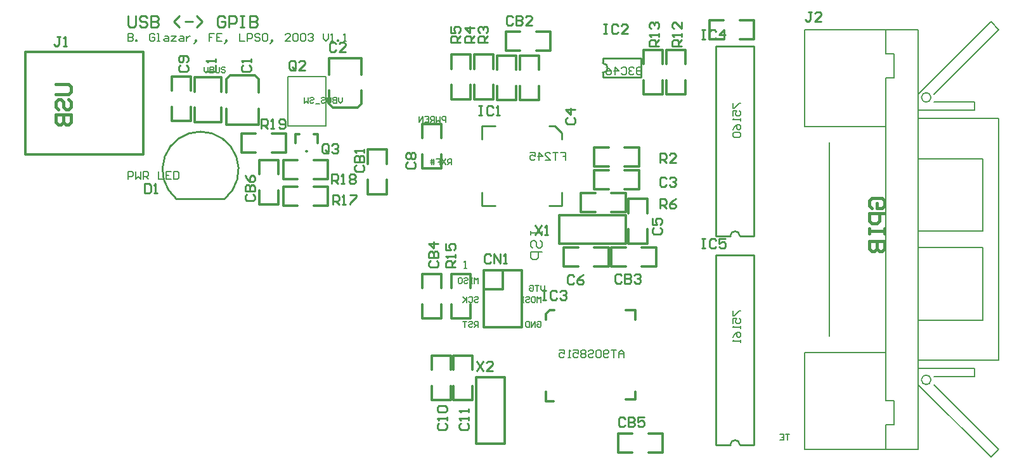
<source format=gto>
%FSLAX25Y25*%
%MOIN*%
G70*
G01*
G75*
%ADD10C,0.01200*%
%ADD11R,0.06000X0.06000*%
%ADD12R,0.06000X0.06000*%
%ADD13R,0.01600X0.07500*%
%ADD14R,0.07500X0.01600*%
%ADD15O,0.01600X0.10000*%
%ADD16O,0.10000X0.01600*%
%ADD17R,0.13000X0.07000*%
%ADD18O,0.02400X0.08000*%
%ADD19R,0.03600X0.05000*%
%ADD20R,0.03600X0.03600*%
%ADD21R,0.10000X0.08000*%
%ADD22R,0.10000X0.09000*%
%ADD23R,0.03150X0.05512*%
G04:AMPARAMS|DCode=24|XSize=78.74mil|YSize=149.61mil|CornerRadius=0mil|HoleSize=0mil|Usage=FLASHONLY|Rotation=0.000|XOffset=0mil|YOffset=0mil|HoleType=Round|Shape=Octagon|*
%AMOCTAGOND24*
4,1,8,-0.01969,0.07480,0.01969,0.07480,0.03937,0.05512,0.03937,-0.05512,0.01969,-0.07480,-0.01969,-0.07480,-0.03937,-0.05512,-0.03937,0.05512,-0.01969,0.07480,0.0*
%
%ADD24OCTAGOND24*%

%ADD25R,0.03937X0.07299*%
%ADD26C,0.02800*%
%ADD27C,0.01600*%
%ADD28C,0.02400*%
%ADD29C,0.01400*%
%ADD30C,0.01000*%
%ADD31C,0.00800*%
%ADD32O,0.07000X0.06000*%
%ADD33C,0.07000*%
%ADD34C,0.20000*%
%ADD35R,0.07000X0.06000*%
%ADD36O,0.07000X0.08500*%
%ADD37C,0.06200*%
%ADD38R,0.06200X0.06200*%
%ADD39R,0.07000X0.07000*%
%ADD40C,0.08000*%
%ADD41C,0.05000*%
%ADD42C,0.00787*%
D10*
X3389000Y568500D02*
Y578500D01*
X3365500Y568500D02*
Y578500D01*
X3381500D02*
X3389000D01*
X3381500Y568500D02*
X3389000D01*
X3365500D02*
X3373000D01*
X3365500Y578500D02*
X3373000D01*
X3298000Y477500D02*
Y487500D01*
X3321500Y477500D02*
Y487500D01*
X3298000Y477500D02*
X3305500D01*
X3298000Y487500D02*
X3305500D01*
X3314000D02*
X3321500D01*
X3314000Y477500D02*
X3321500D01*
X3139000Y497500D02*
Y505000D01*
X3129000Y497500D02*
Y505000D01*
Y481500D02*
Y489000D01*
X3139000Y481500D02*
Y489000D01*
X3129000Y505000D02*
X3139000D01*
X3129000Y481500D02*
X3139000D01*
X3165500Y534500D02*
Y541500D01*
X3182500Y534500D02*
Y541500D01*
X3165500Y558500D02*
X3182500D01*
X3167500Y532500D02*
X3180500D01*
X3165500Y550000D02*
Y558500D01*
X3182500Y550000D02*
Y558500D01*
X3180500Y532500D02*
X3182500Y534500D01*
X3165500D02*
X3167500Y532500D01*
X3333500Y351000D02*
X3341000D01*
X3333500Y361000D02*
X3341000D01*
X3317500D02*
X3325000D01*
X3317500Y351000D02*
X3325000D01*
X3341000D02*
Y361000D01*
X3317500Y351000D02*
Y361000D01*
X3243000Y390500D02*
X3258000D01*
Y355500D02*
Y390500D01*
X3243000Y355500D02*
X3258000D01*
X3243000D02*
Y390500D01*
X3279500Y424000D02*
X3281500Y426000D01*
X3279500Y378000D02*
Y383000D01*
X3326500Y379000D02*
Y383000D01*
Y421000D02*
Y426000D01*
X3279500Y421000D02*
Y424000D01*
Y378000D02*
X3283500D01*
X3321500Y379000D02*
X3326500D01*
X3321500Y426000D02*
X3326500D01*
X3281500D02*
X3284000D01*
X3219500Y378500D02*
Y386000D01*
X3229500Y378500D02*
Y386000D01*
Y394500D02*
Y402000D01*
X3219500Y394500D02*
Y402000D01*
Y378500D02*
X3229500D01*
X3219500Y402000D02*
X3229500D01*
X3231000Y378500D02*
Y386000D01*
X3241000Y378500D02*
Y386000D01*
Y394500D02*
Y402000D01*
X3231000Y394500D02*
Y402000D01*
Y378500D02*
X3241000D01*
X3231000Y402000D02*
X3241000D01*
X3093000Y541500D02*
Y549000D01*
X3083000Y541500D02*
Y549000D01*
Y525500D02*
Y533000D01*
X3093000Y525500D02*
Y533000D01*
X3083000Y549000D02*
X3093000D01*
X3083000Y525500D02*
X3093000D01*
X3006000Y562000D02*
X3068000D01*
X3006000Y508000D02*
Y562000D01*
Y508000D02*
X3068000D01*
Y562000D01*
X3247000Y437000D02*
X3257000D01*
Y447000D01*
X3267000Y417000D02*
Y447000D01*
X3247000Y417000D02*
X3267000D01*
X3247000D02*
Y447000D01*
X3267000D01*
X3274500Y562500D02*
X3282000D01*
X3274500Y572500D02*
X3282000D01*
X3258500D02*
X3266000D01*
X3258500Y562500D02*
X3266000D01*
X3282000D02*
Y572500D01*
X3258500Y562500D02*
Y572500D01*
X3240000Y437500D02*
Y445000D01*
X3230000Y437500D02*
Y445000D01*
Y421500D02*
Y429000D01*
X3240000Y421500D02*
Y429000D01*
X3230000Y445000D02*
X3240000D01*
X3230000Y421500D02*
X3240000D01*
X3331000Y539500D02*
Y547000D01*
X3341000Y539500D02*
Y547000D01*
Y555500D02*
Y563000D01*
X3331000Y555500D02*
Y563000D01*
Y539500D02*
X3341000D01*
X3331000Y563000D02*
X3341000D01*
X3343000Y539500D02*
Y547000D01*
X3353000Y539500D02*
Y547000D01*
Y555500D02*
Y563000D01*
X3343000Y555500D02*
Y563000D01*
Y539500D02*
X3353000D01*
X3343000Y563000D02*
X3353000D01*
X3321500Y461000D02*
Y476000D01*
X3286500Y461000D02*
X3321500D01*
X3286500D02*
Y476000D01*
X3321500D01*
X3333000Y477000D02*
Y484500D01*
X3323000Y477000D02*
Y484500D01*
Y461000D02*
Y468500D01*
X3333000Y461000D02*
Y468500D01*
X3323000Y484500D02*
X3333000D01*
X3323000Y461000D02*
X3333000D01*
X3196000Y503000D02*
Y510500D01*
X3186000Y503000D02*
Y510500D01*
Y487000D02*
Y494500D01*
X3196000Y487000D02*
Y494500D01*
X3186000Y510500D02*
X3196000D01*
X3186000Y487000D02*
X3196000D01*
X3214500Y500500D02*
Y508000D01*
X3224500Y500500D02*
Y508000D01*
Y516500D02*
Y524000D01*
X3214500Y516500D02*
Y524000D01*
Y500500D02*
X3224500D01*
X3214500Y524000D02*
X3224500D01*
Y437500D02*
Y445000D01*
X3214500Y437500D02*
Y445000D01*
Y421500D02*
Y429000D01*
X3224500Y421500D02*
Y429000D01*
X3214500Y445000D02*
X3224500D01*
X3214500Y421500D02*
X3224500D01*
X3314000Y459000D02*
X3321500D01*
X3314000Y449000D02*
X3321500D01*
X3330000D02*
X3337500D01*
X3330000Y459000D02*
X3337500D01*
X3314000Y449000D02*
Y459000D01*
X3337500Y449000D02*
Y459000D01*
X3254000Y536500D02*
Y544000D01*
X3264000Y536500D02*
Y544000D01*
Y552500D02*
Y560000D01*
X3254000Y552500D02*
Y560000D01*
Y536500D02*
X3264000D01*
X3254000Y560000D02*
X3264000D01*
X3266000Y536500D02*
Y544000D01*
X3276000Y536500D02*
Y544000D01*
Y552500D02*
Y560000D01*
X3266000Y552500D02*
Y560000D01*
Y536500D02*
X3276000D01*
X3266000Y560000D02*
X3276000D01*
X3305000Y499500D02*
X3312500D01*
X3305000Y489500D02*
X3312500D01*
X3321000D02*
X3328500D01*
X3321000Y499500D02*
X3328500D01*
X3305000Y489500D02*
Y499500D01*
X3328500Y489500D02*
Y499500D01*
X3289000Y459000D02*
X3296500D01*
X3289000Y449000D02*
X3296500D01*
X3305000D02*
X3312500D01*
X3305000Y459000D02*
X3312500D01*
X3289000Y449000D02*
Y459000D01*
X3312500Y449000D02*
Y459000D01*
X3305000Y511500D02*
X3312500D01*
X3305000Y501500D02*
X3312500D01*
X3321000D02*
X3328500D01*
X3321000Y511500D02*
X3328500D01*
X3305000Y501500D02*
Y511500D01*
X3328500Y501500D02*
Y511500D01*
X3159500Y514000D02*
Y518500D01*
X3148000Y514000D02*
Y518500D01*
X3157500D02*
X3159500D01*
X3153500Y509500D02*
X3154000D01*
X3148000Y518500D02*
X3150000D01*
X3157500Y495000D02*
X3165000D01*
X3157500Y505000D02*
X3165000D01*
X3141500D02*
X3149000D01*
X3141500Y495000D02*
X3149000D01*
X3165000D02*
Y505000D01*
X3141500Y495000D02*
Y505000D01*
X3095000Y525000D02*
Y532500D01*
X3109000Y525000D02*
Y532500D01*
Y541000D02*
Y548500D01*
X3095000Y541000D02*
Y548500D01*
Y525000D02*
X3109000D01*
X3095000Y548500D02*
X3109000D01*
X3135500Y509000D02*
X3143000D01*
X3135500Y519000D02*
X3143000D01*
X3119500D02*
X3127000D01*
X3119500Y509000D02*
X3127000D01*
X3143000D02*
Y519000D01*
X3119500Y509000D02*
Y519000D01*
X3240000Y553000D02*
Y560500D01*
X3230000Y553000D02*
Y560500D01*
Y537000D02*
Y544500D01*
X3240000Y537000D02*
Y544500D01*
X3230000Y560500D02*
X3240000D01*
X3230000Y537000D02*
X3240000D01*
X3252000Y553000D02*
Y560500D01*
X3242000Y553000D02*
Y560500D01*
Y537000D02*
Y544500D01*
X3252000Y537000D02*
Y544500D01*
X3242000Y560500D02*
X3252000D01*
X3242000Y537000D02*
X3252000D01*
X3157500Y481000D02*
X3165000D01*
X3157500Y491000D02*
X3165000D01*
X3141500D02*
X3149000D01*
X3141500Y481000D02*
X3149000D01*
X3165000D02*
Y491000D01*
X3141500Y481000D02*
Y491000D01*
X3126500Y549500D02*
X3128500Y547500D01*
X3111500D02*
X3113500Y549500D01*
X3111500Y523500D02*
Y532000D01*
X3128500Y523500D02*
Y532000D01*
X3113500Y549500D02*
X3126500D01*
X3111500Y523500D02*
X3128500D01*
X3111500Y540500D02*
Y547500D01*
X3128500Y540500D02*
Y547500D01*
D27*
X3022003Y545000D02*
X3028667D01*
X3030000Y543667D01*
Y541001D01*
X3028667Y539668D01*
X3022003D01*
X3023335Y531671D02*
X3022003Y533004D01*
Y535670D01*
X3023335Y537003D01*
X3024668D01*
X3026001Y535670D01*
Y533004D01*
X3027334Y531671D01*
X3028667D01*
X3030000Y533004D01*
Y535670D01*
X3028667Y537003D01*
X3022003Y529005D02*
X3030000D01*
Y525006D01*
X3028667Y523674D01*
X3027334D01*
X3026001Y525006D01*
Y529005D01*
Y525006D01*
X3024668Y523674D01*
X3023335D01*
X3022003Y525006D01*
Y529005D01*
X3450835Y479668D02*
X3449503Y481001D01*
Y483667D01*
X3450835Y485000D01*
X3456167D01*
X3457500Y483667D01*
Y481001D01*
X3456167Y479668D01*
X3453501D01*
Y482334D01*
X3457500Y477003D02*
X3449503D01*
Y473004D01*
X3450835Y471671D01*
X3453501D01*
X3454834Y473004D01*
Y477003D01*
X3449503Y469005D02*
Y466339D01*
Y467672D01*
X3457500D01*
Y469005D01*
Y466339D01*
X3449503Y462341D02*
X3457500D01*
Y458342D01*
X3456167Y457009D01*
X3454834D01*
X3453501Y458342D01*
Y462341D01*
Y458342D01*
X3452168Y457009D01*
X3450835D01*
X3449503Y458342D01*
Y462341D01*
D30*
X3381500Y465000D02*
G03*
X3376500Y465000I-2500J0D01*
G01*
X3309500Y551000D02*
G03*
X3309500Y556000I0J2500D01*
G01*
X3381500Y355000D02*
G03*
X3376500Y355000I-2500J0D01*
G01*
X3110856Y484679D02*
G03*
X3085144Y484679I-12856J15321D01*
G01*
X3246000Y522900D02*
X3252900D01*
X3246000Y516000D02*
Y522900D01*
Y480900D02*
X3252900D01*
X3246000D02*
Y487800D01*
X3281100Y480900D02*
X3288000D01*
Y487800D01*
Y516000D02*
Y519300D01*
X3284400Y522900D02*
X3288000Y519300D01*
X3281100Y522900D02*
X3284400D01*
X3381500Y465000D02*
X3389000D01*
X3369000D02*
X3376500D01*
X3369000D02*
Y565000D01*
X3389000D01*
Y465000D02*
Y565000D01*
X3309500Y548500D02*
Y551000D01*
Y556000D02*
Y558500D01*
X3329500D01*
Y548500D02*
Y558500D01*
X3309500Y548500D02*
X3329500D01*
X3389000Y355000D02*
Y455000D01*
X3369000D02*
X3389000D01*
X3369000Y355000D02*
Y455000D01*
Y355000D02*
X3376500D01*
X3381500D02*
X3389000D01*
X3085000Y484500D02*
X3110712D01*
X3120335Y554832D02*
X3119502Y553999D01*
Y552333D01*
X3120335Y551500D01*
X3123667D01*
X3124500Y552333D01*
Y553999D01*
X3123667Y554832D01*
X3124500Y556498D02*
Y558165D01*
Y557331D01*
X3119502D01*
X3120335Y556498D01*
X3169232Y566265D02*
X3168399Y567098D01*
X3166733D01*
X3165900Y566265D01*
Y562933D01*
X3166733Y562100D01*
X3168399D01*
X3169232Y562933D01*
X3174231Y562100D02*
X3170898D01*
X3174231Y565432D01*
Y566265D01*
X3173398Y567098D01*
X3171731D01*
X3170898Y566265D01*
X3342832Y495165D02*
X3341999Y495998D01*
X3340333D01*
X3339500Y495165D01*
Y491833D01*
X3340333Y491000D01*
X3341999D01*
X3342832Y491833D01*
X3344498Y495165D02*
X3345332Y495998D01*
X3346997D01*
X3347831Y495165D01*
Y494332D01*
X3346997Y493499D01*
X3346164D01*
X3346997D01*
X3347831Y492666D01*
Y491833D01*
X3346997Y491000D01*
X3345332D01*
X3344498Y491833D01*
X3290835Y527332D02*
X3290002Y526499D01*
Y524833D01*
X3290835Y524000D01*
X3294167D01*
X3295000Y524833D01*
Y526499D01*
X3294167Y527332D01*
X3295000Y531498D02*
X3290002D01*
X3292501Y528998D01*
Y532331D01*
X3336335Y469332D02*
X3335501Y468499D01*
Y466833D01*
X3336335Y466000D01*
X3339667D01*
X3340500Y466833D01*
Y468499D01*
X3339667Y469332D01*
X3335501Y474331D02*
Y470998D01*
X3338001D01*
X3337168Y472664D01*
Y473498D01*
X3338001Y474331D01*
X3339667D01*
X3340500Y473498D01*
Y471831D01*
X3339667Y470998D01*
X3294332Y443665D02*
X3293499Y444498D01*
X3291833D01*
X3291000Y443665D01*
Y440333D01*
X3291833Y439500D01*
X3293499D01*
X3294332Y440333D01*
X3299331Y444498D02*
X3297665Y443665D01*
X3295998Y441999D01*
Y440333D01*
X3296832Y439500D01*
X3298498D01*
X3299331Y440333D01*
Y441166D01*
X3298498Y441999D01*
X3295998D01*
X3206835Y503832D02*
X3206002Y502999D01*
Y501333D01*
X3206835Y500500D01*
X3210167D01*
X3211000Y501333D01*
Y502999D01*
X3210167Y503832D01*
X3206835Y505498D02*
X3206002Y506331D01*
Y507998D01*
X3206835Y508831D01*
X3207668D01*
X3208501Y507998D01*
X3209334Y508831D01*
X3210167D01*
X3211000Y507998D01*
Y506331D01*
X3210167Y505498D01*
X3209334D01*
X3208501Y506331D01*
X3207668Y505498D01*
X3206835D01*
X3208501Y506331D02*
Y507998D01*
X3087335Y554832D02*
X3086502Y553999D01*
Y552333D01*
X3087335Y551500D01*
X3090667D01*
X3091500Y552333D01*
Y553999D01*
X3090667Y554832D01*
Y556498D02*
X3091500Y557331D01*
Y558998D01*
X3090667Y559831D01*
X3087335D01*
X3086502Y558998D01*
Y557331D01*
X3087335Y556498D01*
X3088168D01*
X3089001Y557331D01*
Y559831D01*
X3223335Y366332D02*
X3222502Y365499D01*
Y363833D01*
X3223335Y363000D01*
X3226667D01*
X3227500Y363833D01*
Y365499D01*
X3226667Y366332D01*
X3227500Y367998D02*
Y369665D01*
Y368831D01*
X3222502D01*
X3223335Y367998D01*
Y372164D02*
X3222502Y372997D01*
Y374663D01*
X3223335Y375496D01*
X3226667D01*
X3227500Y374663D01*
Y372997D01*
X3226667Y372164D01*
X3223335D01*
X3234835Y366332D02*
X3234002Y365499D01*
Y363833D01*
X3234835Y363000D01*
X3238167D01*
X3239000Y363833D01*
Y365499D01*
X3238167Y366332D01*
X3239000Y367998D02*
Y369665D01*
Y368831D01*
X3234002D01*
X3234835Y367998D01*
X3239000Y372164D02*
Y373830D01*
Y372997D01*
X3234002D01*
X3234835Y372164D01*
X3179835Y502332D02*
X3179002Y501499D01*
Y499833D01*
X3179835Y499000D01*
X3183167D01*
X3184000Y499833D01*
Y501499D01*
X3183167Y502332D01*
X3179002Y503998D02*
X3184000D01*
Y506498D01*
X3183167Y507331D01*
X3182334D01*
X3181501Y506498D01*
Y503998D01*
Y506498D01*
X3180668Y507331D01*
X3179835D01*
X3179002Y506498D01*
Y503998D01*
X3184000Y508997D02*
Y510663D01*
Y509830D01*
X3179002D01*
X3179835Y508997D01*
X3262232Y580265D02*
X3261399Y581098D01*
X3259733D01*
X3258900Y580265D01*
Y576933D01*
X3259733Y576100D01*
X3261399D01*
X3262232Y576933D01*
X3263898Y581098D02*
Y576100D01*
X3266397D01*
X3267231Y576933D01*
Y577766D01*
X3266397Y578599D01*
X3263898D01*
X3266397D01*
X3267231Y579432D01*
Y580265D01*
X3266397Y581098D01*
X3263898D01*
X3272229Y576100D02*
X3268897D01*
X3272229Y579432D01*
Y580265D01*
X3271396Y581098D01*
X3269730D01*
X3268897Y580265D01*
X3319332Y444165D02*
X3318499Y444998D01*
X3316833D01*
X3316000Y444165D01*
Y440833D01*
X3316833Y440000D01*
X3318499D01*
X3319332Y440833D01*
X3320998Y444998D02*
Y440000D01*
X3323498D01*
X3324331Y440833D01*
Y441666D01*
X3323498Y442499D01*
X3320998D01*
X3323498D01*
X3324331Y443332D01*
Y444165D01*
X3323498Y444998D01*
X3320998D01*
X3325997Y444165D02*
X3326830Y444998D01*
X3328496D01*
X3329329Y444165D01*
Y443332D01*
X3328496Y442499D01*
X3327663D01*
X3328496D01*
X3329329Y441666D01*
Y440833D01*
X3328496Y440000D01*
X3326830D01*
X3325997Y440833D01*
X3218835Y451832D02*
X3218002Y450999D01*
Y449333D01*
X3218835Y448500D01*
X3222167D01*
X3223000Y449333D01*
Y450999D01*
X3222167Y451832D01*
X3218002Y453498D02*
X3223000D01*
Y455998D01*
X3222167Y456831D01*
X3221334D01*
X3220501Y455998D01*
Y453498D01*
Y455998D01*
X3219668Y456831D01*
X3218835D01*
X3218002Y455998D01*
Y453498D01*
X3223000Y460996D02*
X3218002D01*
X3220501Y458497D01*
Y461829D01*
X3321232Y368765D02*
X3320399Y369598D01*
X3318733D01*
X3317900Y368765D01*
Y365433D01*
X3318733Y364600D01*
X3320399D01*
X3321232Y365433D01*
X3322898Y369598D02*
Y364600D01*
X3325397D01*
X3326231Y365433D01*
Y366266D01*
X3325397Y367099D01*
X3322898D01*
X3325397D01*
X3326231Y367932D01*
Y368765D01*
X3325397Y369598D01*
X3322898D01*
X3331229D02*
X3327897D01*
Y367099D01*
X3329563Y367932D01*
X3330396D01*
X3331229Y367099D01*
Y365433D01*
X3330396Y364600D01*
X3328730D01*
X3327897Y365433D01*
X3122335Y486832D02*
X3121502Y485999D01*
Y484333D01*
X3122335Y483500D01*
X3125667D01*
X3126500Y484333D01*
Y485999D01*
X3125667Y486832D01*
X3121502Y488498D02*
X3126500D01*
Y490998D01*
X3125667Y491831D01*
X3124834D01*
X3124001Y490998D01*
Y488498D01*
Y490998D01*
X3123168Y491831D01*
X3122335D01*
X3121502Y490998D01*
Y488498D01*
Y496829D02*
X3122335Y495163D01*
X3124001Y493497D01*
X3125667D01*
X3126500Y494330D01*
Y495996D01*
X3125667Y496829D01*
X3124834D01*
X3124001Y495996D01*
Y493497D01*
X3250732Y454765D02*
X3249899Y455598D01*
X3248233D01*
X3247400Y454765D01*
Y451433D01*
X3248233Y450600D01*
X3249899D01*
X3250732Y451433D01*
X3252398Y450600D02*
Y455598D01*
X3255730Y450600D01*
Y455598D01*
X3257397Y450600D02*
X3259063D01*
X3258230D01*
Y455598D01*
X3257397Y454765D01*
X3068500Y492498D02*
Y487500D01*
X3070999D01*
X3071832Y488333D01*
Y491665D01*
X3070999Y492498D01*
X3068500D01*
X3073498Y487500D02*
X3075164D01*
X3074331D01*
Y492498D01*
X3073498Y491665D01*
X3244400Y533498D02*
X3246066D01*
X3245233D01*
Y528500D01*
X3244400D01*
X3246066D01*
X3251897Y532665D02*
X3251065Y533498D01*
X3249398D01*
X3248565Y532665D01*
Y529333D01*
X3249398Y528500D01*
X3251065D01*
X3251897Y529333D01*
X3253564Y528500D02*
X3255230D01*
X3254397D01*
Y533498D01*
X3253564Y532665D01*
X3310000Y576498D02*
X3311666D01*
X3310833D01*
Y571500D01*
X3310000D01*
X3311666D01*
X3317498Y575665D02*
X3316665Y576498D01*
X3314998D01*
X3314165Y575665D01*
Y572333D01*
X3314998Y571500D01*
X3316665D01*
X3317498Y572333D01*
X3322496Y571500D02*
X3319164D01*
X3322496Y574832D01*
Y575665D01*
X3321663Y576498D01*
X3319997D01*
X3319164Y575665D01*
X3277800Y436398D02*
X3279466D01*
X3278633D01*
Y431400D01*
X3277800D01*
X3279466D01*
X3285298Y435565D02*
X3284465Y436398D01*
X3282798D01*
X3281965Y435565D01*
Y432233D01*
X3282798Y431400D01*
X3284465D01*
X3285298Y432233D01*
X3286964Y435565D02*
X3287797Y436398D01*
X3289463D01*
X3290296Y435565D01*
Y434732D01*
X3289463Y433899D01*
X3288630D01*
X3289463D01*
X3290296Y433066D01*
Y432233D01*
X3289463Y431400D01*
X3287797D01*
X3286964Y432233D01*
X3361500Y573498D02*
X3363166D01*
X3362333D01*
Y568500D01*
X3361500D01*
X3363166D01*
X3368998Y572665D02*
X3368164Y573498D01*
X3366499D01*
X3365665Y572665D01*
Y569333D01*
X3366499Y568500D01*
X3368164D01*
X3368998Y569333D01*
X3373163Y568500D02*
Y573498D01*
X3370664Y570999D01*
X3373996D01*
X3361500Y463498D02*
X3363166D01*
X3362333D01*
Y458500D01*
X3361500D01*
X3363166D01*
X3368998Y462665D02*
X3368164Y463498D01*
X3366499D01*
X3365665Y462665D01*
Y459333D01*
X3366499Y458500D01*
X3368164D01*
X3368998Y459333D01*
X3373996Y463498D02*
X3370664D01*
Y460999D01*
X3372330Y461832D01*
X3373163D01*
X3373996Y460999D01*
Y459333D01*
X3373163Y458500D01*
X3371497D01*
X3370664Y459333D01*
X3024332Y569998D02*
X3022666D01*
X3023499D01*
Y565833D01*
X3022666Y565000D01*
X3021833D01*
X3021000Y565833D01*
X3025998Y565000D02*
X3027665D01*
X3026831D01*
Y569998D01*
X3025998Y569165D01*
X3419332Y582998D02*
X3417666D01*
X3418499D01*
Y578833D01*
X3417666Y578000D01*
X3416833D01*
X3416000Y578833D01*
X3424331Y578000D02*
X3420998D01*
X3424331Y581332D01*
Y582165D01*
X3423498Y582998D01*
X3421832D01*
X3420998Y582165D01*
X3101002Y551500D02*
X3106000D01*
Y554832D01*
Y556498D02*
Y558165D01*
Y557331D01*
X3101002D01*
X3101835Y556498D01*
X3148032Y553133D02*
Y556465D01*
X3147199Y557298D01*
X3145533D01*
X3144700Y556465D01*
Y553133D01*
X3145533Y552300D01*
X3147199D01*
X3146366Y553966D02*
X3148032Y552300D01*
X3147199D02*
X3148032Y553133D01*
X3153031Y552300D02*
X3149698D01*
X3153031Y555632D01*
Y556465D01*
X3152198Y557298D01*
X3150531D01*
X3149698Y556465D01*
X3165332Y509333D02*
Y512665D01*
X3164499Y513498D01*
X3162833D01*
X3162000Y512665D01*
Y509333D01*
X3162833Y508500D01*
X3164499D01*
X3163666Y510166D02*
X3165332Y508500D01*
X3164499D02*
X3165332Y509333D01*
X3166998Y512665D02*
X3167831Y513498D01*
X3169498D01*
X3170331Y512665D01*
Y511832D01*
X3169498Y510999D01*
X3168665D01*
X3169498D01*
X3170331Y510166D01*
Y509333D01*
X3169498Y508500D01*
X3167831D01*
X3166998Y509333D01*
X3339500Y503500D02*
Y508498D01*
X3341999D01*
X3342832Y507665D01*
Y505999D01*
X3341999Y505166D01*
X3339500D01*
X3341166D02*
X3342832Y503500D01*
X3347831D02*
X3344498D01*
X3347831Y506832D01*
Y507665D01*
X3346997Y508498D01*
X3345332D01*
X3344498Y507665D01*
X3249000Y567000D02*
X3244002D01*
Y569499D01*
X3244835Y570332D01*
X3246501D01*
X3247334Y569499D01*
Y567000D01*
Y568666D02*
X3249000Y570332D01*
X3244835Y571998D02*
X3244002Y572831D01*
Y574498D01*
X3244835Y575331D01*
X3245668D01*
X3246501Y574498D01*
Y573665D01*
Y574498D01*
X3247334Y575331D01*
X3248167D01*
X3249000Y574498D01*
Y572831D01*
X3248167Y571998D01*
X3242000Y567000D02*
X3237001D01*
Y569499D01*
X3237835Y570332D01*
X3239501D01*
X3240334Y569499D01*
Y567000D01*
Y568666D02*
X3242000Y570332D01*
Y574498D02*
X3237001D01*
X3239501Y571998D01*
Y575331D01*
X3234500Y567000D02*
X3229502D01*
Y569499D01*
X3230335Y570332D01*
X3232001D01*
X3232834Y569499D01*
Y567000D01*
Y568666D02*
X3234500Y570332D01*
X3229502Y575331D02*
Y571998D01*
X3232001D01*
X3231168Y573665D01*
Y574498D01*
X3232001Y575331D01*
X3233667D01*
X3234500Y574498D01*
Y572831D01*
X3233667Y571998D01*
X3339500Y479500D02*
Y484498D01*
X3341999D01*
X3342832Y483665D01*
Y481999D01*
X3341999Y481166D01*
X3339500D01*
X3341166D02*
X3342832Y479500D01*
X3347831Y484498D02*
X3346164Y483665D01*
X3344498Y481999D01*
Y480333D01*
X3345332Y479500D01*
X3346997D01*
X3347831Y480333D01*
Y481166D01*
X3346997Y481999D01*
X3344498D01*
X3351000Y565000D02*
X3346001D01*
Y567499D01*
X3346835Y568332D01*
X3348501D01*
X3349334Y567499D01*
Y565000D01*
Y566666D02*
X3351000Y568332D01*
Y569998D02*
Y571664D01*
Y570831D01*
X3346001D01*
X3346835Y569998D01*
X3351000Y577496D02*
Y574164D01*
X3347668Y577496D01*
X3346835D01*
X3346001Y576663D01*
Y574997D01*
X3346835Y574164D01*
X3339000Y565000D02*
X3334002D01*
Y567499D01*
X3334835Y568332D01*
X3336501D01*
X3337334Y567499D01*
Y565000D01*
Y566666D02*
X3339000Y568332D01*
Y569998D02*
Y571664D01*
Y570831D01*
X3334002D01*
X3334835Y569998D01*
Y574164D02*
X3334002Y574997D01*
Y576663D01*
X3334835Y577496D01*
X3335668D01*
X3336501Y576663D01*
Y575830D01*
Y576663D01*
X3337334Y577496D01*
X3338167D01*
X3339000Y576663D01*
Y574997D01*
X3338167Y574164D01*
X3232000Y448500D02*
X3227002D01*
Y450999D01*
X3227835Y451832D01*
X3229501D01*
X3230334Y450999D01*
Y448500D01*
Y450166D02*
X3232000Y451832D01*
Y453498D02*
Y455164D01*
Y454331D01*
X3227002D01*
X3227835Y453498D01*
X3227002Y460996D02*
Y457664D01*
X3229501D01*
X3228668Y459330D01*
Y460163D01*
X3229501Y460996D01*
X3231167D01*
X3232000Y460163D01*
Y458497D01*
X3231167Y457664D01*
X3167500Y481500D02*
Y486498D01*
X3169999D01*
X3170832Y485665D01*
Y483999D01*
X3169999Y483166D01*
X3167500D01*
X3169166D02*
X3170832Y481500D01*
X3172498D02*
X3174165D01*
X3173331D01*
Y486498D01*
X3172498Y485665D01*
X3176664Y486498D02*
X3179996D01*
Y485665D01*
X3176664Y482333D01*
Y481500D01*
X3167000Y492500D02*
Y497498D01*
X3169499D01*
X3170332Y496665D01*
Y494999D01*
X3169499Y494166D01*
X3167000D01*
X3168666D02*
X3170332Y492500D01*
X3171998D02*
X3173664D01*
X3172831D01*
Y497498D01*
X3171998Y496665D01*
X3176164D02*
X3176997Y497498D01*
X3178663D01*
X3179496Y496665D01*
Y495832D01*
X3178663Y494999D01*
X3179496Y494166D01*
Y493333D01*
X3178663Y492500D01*
X3176997D01*
X3176164Y493333D01*
Y494166D01*
X3176997Y494999D01*
X3176164Y495832D01*
Y496665D01*
X3176997Y494999D02*
X3178663D01*
X3130000Y521500D02*
Y526498D01*
X3132499D01*
X3133332Y525665D01*
Y523999D01*
X3132499Y523166D01*
X3130000D01*
X3131666D02*
X3133332Y521500D01*
X3134998D02*
X3136665D01*
X3135831D01*
Y526498D01*
X3134998Y525665D01*
X3139164Y522333D02*
X3139997Y521500D01*
X3141663D01*
X3142496Y522333D01*
Y525665D01*
X3141663Y526498D01*
X3139997D01*
X3139164Y525665D01*
Y524832D01*
X3139997Y523999D01*
X3142496D01*
X3274000Y470498D02*
X3277332Y465500D01*
Y470498D02*
X3274000Y465500D01*
X3278999D02*
X3280664D01*
X3279831D01*
Y470498D01*
X3278999Y469665D01*
X3243400Y399098D02*
X3246732Y394100D01*
Y399098D02*
X3243400Y394100D01*
X3251731D02*
X3248399D01*
X3251731Y397432D01*
Y398265D01*
X3250898Y399098D01*
X3249231D01*
X3248399Y398265D01*
X3060000Y580998D02*
Y576000D01*
X3061000Y575000D01*
X3062999D01*
X3063999Y576000D01*
Y580998D01*
X3069997Y579998D02*
X3068997Y580998D01*
X3066998D01*
X3065998Y579998D01*
Y578999D01*
X3066998Y577999D01*
X3068997D01*
X3069997Y576999D01*
Y576000D01*
X3068997Y575000D01*
X3066998D01*
X3065998Y576000D01*
X3071996Y580998D02*
Y575000D01*
X3074995D01*
X3075995Y576000D01*
Y576999D01*
X3074995Y577999D01*
X3071996D01*
X3074995D01*
X3075995Y578999D01*
Y579998D01*
X3074995Y580998D01*
X3071996D01*
X3086991Y575000D02*
X3083992Y577999D01*
X3086991Y580998D01*
X3089990Y577999D02*
X3093989D01*
X3095988Y575000D02*
X3098987Y577999D01*
X3095988Y580998D01*
X3110983Y579998D02*
X3109984Y580998D01*
X3107985D01*
X3106985Y579998D01*
Y576000D01*
X3107985Y575000D01*
X3109984D01*
X3110983Y576000D01*
Y577999D01*
X3108984D01*
X3112983Y575000D02*
Y580998D01*
X3115982D01*
X3116982Y579998D01*
Y577999D01*
X3115982Y576999D01*
X3112983D01*
X3118981Y580998D02*
X3120980D01*
X3119981D01*
Y575000D01*
X3118981D01*
X3120980D01*
X3123979Y580998D02*
Y575000D01*
X3126978D01*
X3127978Y576000D01*
Y576999D01*
X3126978Y577999D01*
X3123979D01*
X3126978D01*
X3127978Y578999D01*
Y579998D01*
X3126978Y580998D01*
X3123979D01*
D31*
X3482000Y389250D02*
G03*
X3482000Y389250I-2500J0D01*
G01*
Y538000D02*
G03*
X3482000Y538000I-2500J0D01*
G01*
X3475167Y420750D02*
X3509167D01*
Y459083D01*
X3475167D02*
X3509167D01*
X3475167Y467583D02*
X3509167D01*
Y505750D01*
X3475167D02*
X3509167D01*
X3483667Y391083D02*
X3505000D01*
Y395250D01*
X3475167D02*
X3505000D01*
X3483667Y535583D02*
X3505000D01*
Y531250D02*
Y535583D01*
X3475167Y531250D02*
X3505000D01*
X3475167Y539750D02*
X3513500Y578083D01*
X3517667Y573750D01*
X3483667Y539750D02*
X3517667Y573750D01*
X3475167Y386750D02*
X3513500Y348583D01*
X3517667Y352750D01*
X3483667Y386750D02*
X3517667Y352750D01*
X3475167Y399583D02*
X3517667D01*
Y527083D01*
X3475167D02*
X3517667D01*
X3458167Y352750D02*
Y365583D01*
X3462500D01*
Y378250D01*
X3458167D02*
X3462500D01*
X3458167D02*
Y548250D01*
X3462500D01*
Y561083D01*
X3458167D02*
X3462500D01*
X3458167D02*
Y573750D01*
X3432667Y403750D02*
X3458167D01*
X3432667Y522750D02*
X3458167D01*
X3415667Y403750D02*
X3432667D01*
X3415667Y522750D02*
X3432667D01*
X3415667Y352750D02*
X3475167D01*
X3415667D02*
Y403750D01*
X3428500Y412250D02*
Y514250D01*
X3415667Y522750D02*
Y573750D01*
X3475167D01*
Y352750D02*
Y573750D01*
X3172500Y537999D02*
Y536000D01*
X3171500Y535000D01*
X3170501Y536000D01*
Y537999D01*
X3169501D02*
Y535000D01*
X3168002D01*
X3167502Y535500D01*
Y536000D01*
X3168002Y536500D01*
X3169501D01*
X3168002D01*
X3167502Y536999D01*
Y537499D01*
X3168002Y537999D01*
X3169501D01*
X3166502D02*
Y535500D01*
X3166002Y535000D01*
X3165002D01*
X3164503Y535500D01*
Y537999D01*
X3161504Y537499D02*
X3162003Y537999D01*
X3163003D01*
X3163503Y537499D01*
Y536999D01*
X3163003Y536500D01*
X3162003D01*
X3161504Y536000D01*
Y535500D01*
X3162003Y535000D01*
X3163003D01*
X3163503Y535500D01*
X3160504Y534500D02*
X3158504D01*
X3155506Y537499D02*
X3156005Y537999D01*
X3157005D01*
X3157505Y537499D01*
Y536999D01*
X3157005Y536500D01*
X3156005D01*
X3155506Y536000D01*
Y535500D01*
X3156005Y535000D01*
X3157005D01*
X3157505Y535500D01*
X3154506Y537999D02*
Y535000D01*
X3153506Y536000D01*
X3152506Y535000D01*
Y537999D01*
X3230000Y502500D02*
Y505499D01*
X3228500D01*
X3228001Y504999D01*
Y504000D01*
X3228500Y503500D01*
X3230000D01*
X3229000D02*
X3228001Y502500D01*
X3227001Y505499D02*
X3225002Y502500D01*
Y505499D02*
X3227001Y502500D01*
X3222002Y505499D02*
X3224002D01*
Y504000D01*
X3223002D01*
X3224002D01*
Y502500D01*
X3220503D02*
Y505499D01*
X3219503D02*
Y502500D01*
X3221003Y504499D02*
X3219503D01*
X3219004D01*
X3221003Y503500D02*
X3219004D01*
X3227000Y525000D02*
Y527999D01*
X3225500D01*
X3225001Y527499D01*
Y526500D01*
X3225500Y526000D01*
X3227000D01*
X3224001Y527999D02*
Y525000D01*
X3223001Y526000D01*
X3222002Y525000D01*
Y527999D01*
X3221002Y525000D02*
Y527999D01*
X3219502D01*
X3219003Y527499D01*
Y526500D01*
X3219502Y526000D01*
X3221002D01*
X3220002D02*
X3219003Y525000D01*
X3216003Y527999D02*
X3218003D01*
Y525000D01*
X3216003D01*
X3218003Y526500D02*
X3217003D01*
X3215004Y525000D02*
Y527999D01*
X3213005Y525000D01*
Y527999D01*
X3330000Y550666D02*
X3329333Y550000D01*
X3328001D01*
X3327334Y550666D01*
Y553332D01*
X3328001Y553999D01*
X3329333D01*
X3330000Y553332D01*
Y552666D01*
X3329333Y551999D01*
X3327334D01*
X3326001Y553332D02*
X3325335Y553999D01*
X3324002D01*
X3323336Y553332D01*
Y552666D01*
X3324002Y551999D01*
X3324669D01*
X3324002D01*
X3323336Y551333D01*
Y550666D01*
X3324002Y550000D01*
X3325335D01*
X3326001Y550666D01*
X3319337Y553332D02*
X3320003Y553999D01*
X3321336D01*
X3322002Y553332D01*
Y550666D01*
X3321336Y550000D01*
X3320003D01*
X3319337Y550666D01*
X3316005Y550000D02*
Y553999D01*
X3318004Y551999D01*
X3315338D01*
X3311340Y553999D02*
X3312672Y553332D01*
X3314005Y551999D01*
Y550666D01*
X3313339Y550000D01*
X3312006D01*
X3311340Y550666D01*
Y551333D01*
X3312006Y551999D01*
X3314005D01*
X3407500Y360499D02*
X3405501D01*
X3406500D01*
Y357500D01*
X3402502Y360499D02*
X3404501D01*
Y357500D01*
X3402502D01*
X3404501Y358999D02*
X3403501D01*
X3287334Y508999D02*
X3290000D01*
Y506999D01*
X3288667D01*
X3290000D01*
Y505000D01*
X3286001Y508999D02*
X3283335D01*
X3284668D01*
Y505000D01*
X3279337D02*
X3282003D01*
X3279337Y507666D01*
Y508332D01*
X3280003Y508999D01*
X3281336D01*
X3282003Y508332D01*
X3276004Y505000D02*
Y508999D01*
X3278004Y506999D01*
X3275338D01*
X3271339Y508999D02*
X3274005D01*
Y506999D01*
X3272672Y507666D01*
X3272006D01*
X3271339Y506999D01*
Y505666D01*
X3272006Y505000D01*
X3273339D01*
X3274005Y505666D01*
X3279000Y438999D02*
Y437000D01*
X3278000Y436000D01*
X3277001Y437000D01*
Y438999D01*
X3276001D02*
X3274002D01*
X3275001D01*
Y436000D01*
X3271003Y438499D02*
X3271502Y438999D01*
X3272502D01*
X3273002Y438499D01*
Y436500D01*
X3272502Y436000D01*
X3271502D01*
X3271003Y436500D01*
Y437500D01*
X3272002D01*
X3277000Y430000D02*
Y432999D01*
X3276000Y431999D01*
X3275001Y432999D01*
Y430000D01*
X3272501Y432999D02*
X3273501D01*
X3274001Y432499D01*
Y430500D01*
X3273501Y430000D01*
X3272501D01*
X3272002Y430500D01*
Y432499D01*
X3272501Y432999D01*
X3269003Y432499D02*
X3269502Y432999D01*
X3270502D01*
X3271002Y432499D01*
Y431999D01*
X3270502Y431499D01*
X3269502D01*
X3269003Y431000D01*
Y430500D01*
X3269502Y430000D01*
X3270502D01*
X3271002Y430500D01*
X3268003Y432999D02*
X3267003D01*
X3267503D01*
Y430000D01*
X3268003D01*
X3267003D01*
X3275001Y419499D02*
X3275500Y419999D01*
X3276500D01*
X3277000Y419499D01*
Y417500D01*
X3276500Y417000D01*
X3275500D01*
X3275001Y417500D01*
Y418500D01*
X3276000D01*
X3274001Y417000D02*
Y419999D01*
X3272002Y417000D01*
Y419999D01*
X3271002D02*
Y417000D01*
X3269502D01*
X3269003Y417500D01*
Y419499D01*
X3269502Y419999D01*
X3271002D01*
X3244000Y440000D02*
Y442999D01*
X3243000Y441999D01*
X3242001Y442999D01*
Y440000D01*
X3241001Y442999D02*
X3240001D01*
X3240501D01*
Y440000D01*
X3241001D01*
X3240001D01*
X3236502Y442499D02*
X3237002Y442999D01*
X3238002D01*
X3238502Y442499D01*
Y441999D01*
X3238002Y441500D01*
X3237002D01*
X3236502Y441000D01*
Y440500D01*
X3237002Y440000D01*
X3238002D01*
X3238502Y440500D01*
X3234003Y442999D02*
X3235003D01*
X3235503Y442499D01*
Y440500D01*
X3235003Y440000D01*
X3234003D01*
X3233503Y440500D01*
Y442499D01*
X3234003Y442999D01*
X3242001Y432499D02*
X3242501Y432999D01*
X3243500D01*
X3244000Y432499D01*
Y431999D01*
X3243500Y431499D01*
X3242501D01*
X3242001Y431000D01*
Y430500D01*
X3242501Y430000D01*
X3243500D01*
X3244000Y430500D01*
X3239001Y432499D02*
X3239502Y432999D01*
X3240501D01*
X3241001Y432499D01*
Y430500D01*
X3240501Y430000D01*
X3239502D01*
X3239001Y430500D01*
X3238002Y432999D02*
Y430000D01*
Y431000D01*
X3236003Y432999D01*
X3237502Y431499D01*
X3236003Y430000D01*
X3244000Y417000D02*
Y419999D01*
X3242501D01*
X3242001Y419499D01*
Y418500D01*
X3242501Y418000D01*
X3244000D01*
X3243000D02*
X3242001Y417000D01*
X3239001Y419499D02*
X3239502Y419999D01*
X3240501D01*
X3241001Y419499D01*
Y418999D01*
X3240501Y418500D01*
X3239502D01*
X3239001Y418000D01*
Y417500D01*
X3239502Y417000D01*
X3240501D01*
X3241001Y417500D01*
X3238002Y419999D02*
X3236003D01*
X3237002D01*
Y417000D01*
X3271502Y467500D02*
Y465501D01*
Y466500D01*
X3277500D01*
Y467500D01*
Y465501D01*
X3272502Y458503D02*
X3271502Y459503D01*
Y461502D01*
X3272502Y462502D01*
X3273501D01*
X3274501Y461502D01*
Y459503D01*
X3275500Y458503D01*
X3276500D01*
X3277500Y459503D01*
Y461502D01*
X3276500Y462502D01*
X3277500Y456504D02*
X3271502D01*
Y453505D01*
X3272502Y452505D01*
X3274501D01*
X3275500Y453505D01*
Y456504D01*
X3320500Y401000D02*
Y403666D01*
X3319167Y404999D01*
X3317834Y403666D01*
Y401000D01*
Y402999D01*
X3320500D01*
X3316501Y404999D02*
X3313836D01*
X3315168D01*
Y401000D01*
X3312503Y401666D02*
X3311836Y401000D01*
X3310503D01*
X3309837Y401666D01*
Y404332D01*
X3310503Y404999D01*
X3311836D01*
X3312503Y404332D01*
Y403666D01*
X3311836Y402999D01*
X3309837D01*
X3308504Y404332D02*
X3307837Y404999D01*
X3306504D01*
X3305838Y404332D01*
Y401666D01*
X3306504Y401000D01*
X3307837D01*
X3308504Y401666D01*
Y404332D01*
X3301839D02*
X3302506Y404999D01*
X3303839D01*
X3304505Y404332D01*
Y403666D01*
X3303839Y402999D01*
X3302506D01*
X3301839Y402333D01*
Y401666D01*
X3302506Y401000D01*
X3303839D01*
X3304505Y401666D01*
X3300507Y404332D02*
X3299840Y404999D01*
X3298507D01*
X3297840Y404332D01*
Y403666D01*
X3298507Y402999D01*
X3297840Y402333D01*
Y401666D01*
X3298507Y401000D01*
X3299840D01*
X3300507Y401666D01*
Y402333D01*
X3299840Y402999D01*
X3300507Y403666D01*
Y404332D01*
X3299840Y402999D02*
X3298507D01*
X3293842Y404999D02*
X3296508D01*
Y402999D01*
X3295175Y403666D01*
X3294508D01*
X3293842Y402999D01*
Y401666D01*
X3294508Y401000D01*
X3295841D01*
X3296508Y401666D01*
X3292509Y401000D02*
X3291176D01*
X3291843D01*
Y404999D01*
X3292509Y404332D01*
X3286511Y404999D02*
X3289177D01*
Y402999D01*
X3287844Y403666D01*
X3287177D01*
X3286511Y402999D01*
Y401666D01*
X3287177Y401000D01*
X3288510D01*
X3289177Y401666D01*
X3378001Y535000D02*
Y532334D01*
X3378668D01*
X3381334Y535000D01*
X3382000D01*
X3378001Y528336D02*
Y531001D01*
X3380001D01*
X3379334Y529668D01*
Y529002D01*
X3380001Y528336D01*
X3381334D01*
X3382000Y529002D01*
Y530335D01*
X3381334Y531001D01*
X3382000Y527003D02*
Y525670D01*
Y526336D01*
X3378001D01*
X3378668Y527003D01*
X3378001Y521004D02*
X3378668Y522337D01*
X3380001Y523670D01*
X3381334D01*
X3382000Y523004D01*
Y521671D01*
X3381334Y521004D01*
X3380667D01*
X3380001Y521671D01*
Y523670D01*
X3378668Y519672D02*
X3378001Y519005D01*
Y517672D01*
X3378668Y517006D01*
X3381334D01*
X3382000Y517672D01*
Y519005D01*
X3381334Y519672D01*
X3378668D01*
X3378001Y425500D02*
Y422834D01*
X3378668D01*
X3381334Y425500D01*
X3382000D01*
X3378001Y418835D02*
Y421501D01*
X3380001D01*
X3379334Y420168D01*
Y419502D01*
X3380001Y418835D01*
X3381334D01*
X3382000Y419502D01*
Y420835D01*
X3381334Y421501D01*
X3382000Y417503D02*
Y416170D01*
Y416836D01*
X3378001D01*
X3378668Y417503D01*
X3378001Y411505D02*
X3378668Y412837D01*
X3380001Y414170D01*
X3381334D01*
X3382000Y413504D01*
Y412171D01*
X3381334Y411505D01*
X3380667D01*
X3380001Y412171D01*
Y414170D01*
X3382000Y410172D02*
Y408839D01*
Y409505D01*
X3378001D01*
X3378668Y410172D01*
X3236500Y448000D02*
X3237833D01*
X3237166D01*
Y451999D01*
X3236500Y451332D01*
X3100000Y553999D02*
Y552000D01*
X3101000Y551000D01*
X3101999Y552000D01*
Y553999D01*
X3102999D02*
Y551000D01*
X3104498D01*
X3104998Y551500D01*
Y552000D01*
X3104498Y552499D01*
X3102999D01*
X3104498D01*
X3104998Y552999D01*
Y553499D01*
X3104498Y553999D01*
X3102999D01*
X3105998D02*
Y551500D01*
X3106498Y551000D01*
X3107498D01*
X3107997Y551500D01*
Y553999D01*
X3110996Y553499D02*
X3110497Y553999D01*
X3109497D01*
X3108997Y553499D01*
Y552999D01*
X3109497Y552499D01*
X3110497D01*
X3110996Y552000D01*
Y551500D01*
X3110497Y551000D01*
X3109497D01*
X3108997Y551500D01*
X3060000Y495000D02*
Y498999D01*
X3061999D01*
X3062666Y498332D01*
Y496999D01*
X3061999Y496333D01*
X3060000D01*
X3063999Y498999D02*
Y495000D01*
X3065332Y496333D01*
X3066665Y495000D01*
Y498999D01*
X3067997Y495000D02*
Y498999D01*
X3069997D01*
X3070663Y498332D01*
Y496999D01*
X3069997Y496333D01*
X3067997D01*
X3069330D02*
X3070663Y495000D01*
X3075995Y498999D02*
Y495000D01*
X3078661D01*
X3082659Y498999D02*
X3079993D01*
Y495000D01*
X3082659D01*
X3079993Y496999D02*
X3081326D01*
X3083992Y498999D02*
Y495000D01*
X3085992D01*
X3086658Y495666D01*
Y498332D01*
X3085992Y498999D01*
X3083992D01*
X3060000Y571499D02*
Y567500D01*
X3061999D01*
X3062666Y568166D01*
Y568833D01*
X3061999Y569499D01*
X3060000D01*
X3061999D01*
X3062666Y570166D01*
Y570832D01*
X3061999Y571499D01*
X3060000D01*
X3063999Y567500D02*
Y568166D01*
X3064665D01*
Y567500D01*
X3063999D01*
X3073996Y570832D02*
X3073329Y571499D01*
X3071996D01*
X3071330Y570832D01*
Y568166D01*
X3071996Y567500D01*
X3073329D01*
X3073996Y568166D01*
Y569499D01*
X3072663D01*
X3075328Y567500D02*
X3076661D01*
X3075995D01*
Y571499D01*
X3075328D01*
X3079327Y570166D02*
X3080660D01*
X3081326Y569499D01*
Y567500D01*
X3079327D01*
X3078661Y568166D01*
X3079327Y568833D01*
X3081326D01*
X3082659Y570166D02*
X3085325D01*
X3082659Y567500D01*
X3085325D01*
X3087325Y570166D02*
X3088657D01*
X3089324Y569499D01*
Y567500D01*
X3087325D01*
X3086658Y568166D01*
X3087325Y568833D01*
X3089324D01*
X3090657Y570166D02*
Y567500D01*
Y568833D01*
X3091323Y569499D01*
X3091990Y570166D01*
X3092656D01*
X3095322Y566834D02*
X3095988Y567500D01*
Y568166D01*
X3095322D01*
Y567500D01*
X3095988D01*
X3095322Y566834D01*
X3094655Y566167D01*
X3105319Y571499D02*
X3102653D01*
Y569499D01*
X3103986D01*
X3102653D01*
Y567500D01*
X3109317Y571499D02*
X3106652D01*
Y567500D01*
X3109317D01*
X3106652Y569499D02*
X3107985D01*
X3111317Y566834D02*
X3111983Y567500D01*
Y568166D01*
X3111317D01*
Y567500D01*
X3111983D01*
X3111317Y566834D01*
X3110650Y566167D01*
X3118648Y571499D02*
Y567500D01*
X3121314D01*
X3122647D02*
Y571499D01*
X3124646D01*
X3125312Y570832D01*
Y569499D01*
X3124646Y568833D01*
X3122647D01*
X3129311Y570832D02*
X3128645Y571499D01*
X3127312D01*
X3126645Y570832D01*
Y570166D01*
X3127312Y569499D01*
X3128645D01*
X3129311Y568833D01*
Y568166D01*
X3128645Y567500D01*
X3127312D01*
X3126645Y568166D01*
X3132643Y571499D02*
X3131310D01*
X3130644Y570832D01*
Y568166D01*
X3131310Y567500D01*
X3132643D01*
X3133310Y568166D01*
Y570832D01*
X3132643Y571499D01*
X3135309Y566834D02*
X3135975Y567500D01*
Y568166D01*
X3135309D01*
Y567500D01*
X3135975D01*
X3135309Y566834D01*
X3134643Y566167D01*
X3145306Y567500D02*
X3142640D01*
X3145306Y570166D01*
Y570832D01*
X3144639Y571499D01*
X3143307D01*
X3142640Y570832D01*
X3146639D02*
X3147305Y571499D01*
X3148638D01*
X3149305Y570832D01*
Y568166D01*
X3148638Y567500D01*
X3147305D01*
X3146639Y568166D01*
Y570832D01*
X3150637D02*
X3151304Y571499D01*
X3152637D01*
X3153303Y570832D01*
Y568166D01*
X3152637Y567500D01*
X3151304D01*
X3150637Y568166D01*
Y570832D01*
X3154636D02*
X3155303Y571499D01*
X3156635D01*
X3157302Y570832D01*
Y570166D01*
X3156635Y569499D01*
X3155969D01*
X3156635D01*
X3157302Y568833D01*
Y568166D01*
X3156635Y567500D01*
X3155303D01*
X3154636Y568166D01*
X3162634Y571499D02*
Y568833D01*
X3163967Y567500D01*
X3165299Y568833D01*
Y571499D01*
X3166632Y567500D02*
X3167965D01*
X3167299D01*
Y571499D01*
X3166632Y570832D01*
X3169964Y567500D02*
Y568166D01*
X3170631D01*
Y567500D01*
X3169964D01*
X3173297D02*
X3174630D01*
X3173963D01*
Y571499D01*
X3173297Y570832D01*
D42*
X3144063Y548866D02*
X3163748D01*
X3144063Y522882D02*
X3163748D01*
X3144063D02*
Y548866D01*
X3163748Y522882D02*
Y548866D01*
M02*

</source>
